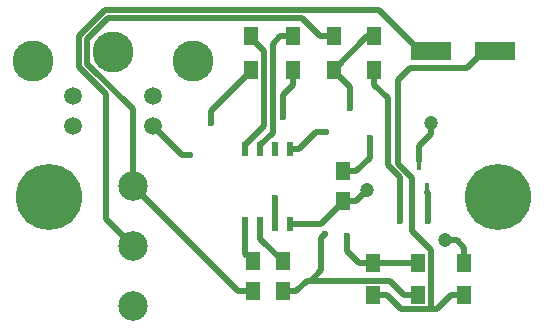
<source format=gbr>
G04 #@! TF.GenerationSoftware,KiCad,Pcbnew,(5.1.4)-1*
G04 #@! TF.CreationDate,2020-11-04T22:22:00+01:00*
G04 #@! TF.ProjectId,S-VHS ZX Spectrum Rev. D,532d5648-5320-45a5-9820-537065637472,rev?*
G04 #@! TF.SameCoordinates,Original*
G04 #@! TF.FileFunction,Copper,L1,Top*
G04 #@! TF.FilePolarity,Positive*
%FSLAX46Y46*%
G04 Gerber Fmt 4.6, Leading zero omitted, Abs format (unit mm)*
G04 Created by KiCad (PCBNEW (5.1.4)-1) date 2020-11-04 22:22:00*
%MOMM*%
%LPD*%
G04 APERTURE LIST*
%ADD10R,1.300000X1.500000*%
%ADD11R,0.450000X1.500000*%
%ADD12R,1.250000X1.500000*%
%ADD13C,5.600000*%
%ADD14R,3.500000X1.600000*%
%ADD15C,1.500000*%
%ADD16C,3.465000*%
%ADD17C,2.499360*%
%ADD18R,0.508000X1.143000*%
%ADD19C,0.600000*%
%ADD20C,1.200000*%
%ADD21C,0.500000*%
G04 APERTURE END LIST*
D10*
X174117000Y-108077000D03*
X174117000Y-110777000D03*
D11*
X169657000Y-102101000D03*
X170957000Y-102101000D03*
X170307000Y-99441000D03*
D10*
X166497000Y-91727000D03*
X166497000Y-88900000D03*
X163068000Y-88900000D03*
X163068000Y-91727000D03*
D12*
X158750000Y-107950000D03*
X158750000Y-110450000D03*
X156210000Y-107950000D03*
X156210000Y-110450000D03*
D13*
X138938000Y-102489000D03*
X176950000Y-102489000D03*
D12*
X163830000Y-100330000D03*
X163830000Y-102830000D03*
D14*
X176690000Y-90170000D03*
X171290000Y-90170000D03*
D15*
X140970000Y-93980000D03*
X147770000Y-93980000D03*
X140970000Y-96480000D03*
X147770000Y-96480000D03*
D16*
X137620000Y-90980000D03*
X144370000Y-90180000D03*
X151120000Y-90980000D03*
D17*
X146050000Y-111760000D03*
X146050000Y-101600000D03*
X146050000Y-106680000D03*
D10*
X166370000Y-110777000D03*
X166370000Y-108077000D03*
X170180000Y-108077000D03*
X170180000Y-110777000D03*
X156083000Y-91727000D03*
X156083000Y-88900000D03*
X159639000Y-88900000D03*
X159639000Y-91727000D03*
D18*
X155575000Y-104775000D03*
X156845000Y-104775000D03*
X158115000Y-104775000D03*
X159385000Y-104775000D03*
X159385000Y-98425000D03*
X158115000Y-98425000D03*
X156845000Y-98425000D03*
X155575000Y-98425000D03*
D19*
X158115000Y-102616000D03*
X162433000Y-97028000D03*
X164465000Y-94996000D03*
X166116000Y-97536000D03*
X164211000Y-105791000D03*
X171069000Y-104521000D03*
X162306000Y-105664000D03*
X168656000Y-104521000D03*
X152654000Y-96266000D03*
X158750000Y-95758000D03*
X150876000Y-98933000D03*
D20*
X171323000Y-96266000D03*
X172466000Y-106172000D03*
X165896500Y-101888500D03*
D21*
X158115000Y-104775000D02*
X158115000Y-103703500D01*
X158115000Y-103703500D02*
X158115000Y-102616000D01*
X158115000Y-102616000D02*
X158115000Y-102616000D01*
X160139000Y-98425000D02*
X161536000Y-97028000D01*
X159385000Y-98425000D02*
X160139000Y-98425000D01*
X161536000Y-97028000D02*
X162433000Y-97028000D01*
X162433000Y-97028000D02*
X162433000Y-97028000D01*
X165895000Y-88900000D02*
X163068000Y-91727000D01*
X166497000Y-88900000D02*
X165895000Y-88900000D01*
X163068000Y-91827000D02*
X164465000Y-93224000D01*
X163068000Y-91727000D02*
X163068000Y-91827000D01*
X164465000Y-93224000D02*
X164465000Y-94996000D01*
X164465000Y-94996000D02*
X164465000Y-94996000D01*
X164955000Y-100330000D02*
X166116000Y-99169000D01*
X163830000Y-100330000D02*
X164955000Y-100330000D01*
X166116000Y-99169000D02*
X166116000Y-97536000D01*
X166116000Y-97536000D02*
X166116000Y-97536000D01*
X166370000Y-108077000D02*
X170180000Y-108077000D01*
X165220000Y-108077000D02*
X164211000Y-107068000D01*
X166370000Y-108077000D02*
X165220000Y-108077000D01*
X164211000Y-107068000D02*
X164211000Y-105791000D01*
X164211000Y-105791000D02*
X164211000Y-105791000D01*
X142187499Y-89132399D02*
X143943898Y-87376000D01*
X142187499Y-91227601D02*
X142187499Y-89132399D01*
X146050000Y-101600000D02*
X146050000Y-95090102D01*
X146050000Y-95090102D02*
X142187499Y-91227601D01*
X161918000Y-88900000D02*
X163068000Y-88900000D01*
X160394000Y-87376000D02*
X161918000Y-88900000D01*
X143943898Y-87376000D02*
X160394000Y-87376000D01*
X154900000Y-110450000D02*
X156210000Y-110450000D01*
X146050000Y-101600000D02*
X154900000Y-110450000D01*
X155575000Y-107315000D02*
X156210000Y-107950000D01*
X155575000Y-104775000D02*
X155575000Y-107315000D01*
X156845000Y-106045000D02*
X158750000Y-107950000D01*
X156845000Y-104775000D02*
X156845000Y-106045000D01*
X166497000Y-92977000D02*
X167640000Y-94120000D01*
X166497000Y-91727000D02*
X166497000Y-92977000D01*
X167640000Y-99823962D02*
X168656000Y-100839962D01*
X167640000Y-94120000D02*
X167640000Y-99823962D01*
X171069000Y-102213000D02*
X170957000Y-102101000D01*
X171069000Y-104521000D02*
X171069000Y-102213000D01*
X169030000Y-110777000D02*
X170180000Y-110777000D01*
X167829999Y-109576999D02*
X169030000Y-110777000D01*
X159875000Y-110450000D02*
X158750000Y-110450000D01*
X160748001Y-109576999D02*
X159875000Y-110450000D01*
X162006001Y-108709997D02*
X161138999Y-109576999D01*
X162006001Y-105963999D02*
X162006001Y-108709997D01*
X162306000Y-105664000D02*
X162006001Y-105963999D01*
X167829999Y-109576999D02*
X161138999Y-109576999D01*
X161138999Y-109576999D02*
X160748001Y-109576999D01*
X168656000Y-100839962D02*
X168656000Y-103378000D01*
X168656000Y-103378000D02*
X168656000Y-104394000D01*
X146050000Y-106680000D02*
X143764000Y-104394000D01*
X170340000Y-90170000D02*
X171290000Y-90170000D01*
X166845990Y-86675990D02*
X170340000Y-90170000D01*
X141487489Y-88842446D02*
X143653945Y-86675990D01*
X141487489Y-91517554D02*
X141487489Y-88842446D01*
X143764000Y-93794064D02*
X141487489Y-91517554D01*
X143653945Y-86675990D02*
X166845990Y-86675990D01*
X143764000Y-104394000D02*
X143764000Y-93794064D01*
X156083000Y-91827000D02*
X152654000Y-95256000D01*
X156083000Y-91727000D02*
X156083000Y-91827000D01*
X152654000Y-95256000D02*
X152654000Y-96266000D01*
X159639000Y-92977000D02*
X158750000Y-93866000D01*
X159639000Y-91727000D02*
X159639000Y-92977000D01*
X158750000Y-93866000D02*
X158750000Y-95758000D01*
X150223000Y-98933000D02*
X147770000Y-96480000D01*
X150876000Y-98933000D02*
X150223000Y-98933000D01*
X170307000Y-98191000D02*
X171323000Y-97175000D01*
X170307000Y-99441000D02*
X170307000Y-98191000D01*
X171323000Y-97175000D02*
X171323000Y-96266000D01*
X171323000Y-96266000D02*
X171323000Y-96266000D01*
X174117000Y-106827000D02*
X173462000Y-106172000D01*
X174117000Y-108077000D02*
X174117000Y-106827000D01*
X173462000Y-106172000D02*
X172466000Y-106172000D01*
X172466000Y-106172000D02*
X172466000Y-106172000D01*
X163830000Y-102955000D02*
X163830000Y-102830000D01*
X162010000Y-104775000D02*
X163830000Y-102955000D01*
X159385000Y-104775000D02*
X162010000Y-104775000D01*
X164955000Y-102830000D02*
X165896500Y-101888500D01*
X163830000Y-102830000D02*
X164955000Y-102830000D01*
X165896500Y-101888500D02*
X165989000Y-101796000D01*
X155575000Y-98107500D02*
X155575000Y-98425000D01*
X157183001Y-96499499D02*
X155575000Y-98107500D01*
X157183001Y-90100001D02*
X157183001Y-96499499D01*
X156083000Y-89000000D02*
X157183001Y-90100001D01*
X156083000Y-88900000D02*
X156083000Y-89000000D01*
X156845000Y-98107500D02*
X156845000Y-98425000D01*
X157883011Y-97069489D02*
X156845000Y-98107500D01*
X157883011Y-89505989D02*
X157883011Y-97069489D01*
X158489000Y-88900000D02*
X157883011Y-89505989D01*
X159639000Y-88900000D02*
X158489000Y-88900000D01*
X175740000Y-90170000D02*
X174343000Y-91567000D01*
X176690000Y-90170000D02*
X175740000Y-90170000D01*
X174343000Y-91567000D02*
X169545000Y-91567000D01*
X169545000Y-91567000D02*
X168529000Y-92583000D01*
X169657000Y-100851000D02*
X169657000Y-102101000D01*
X168529000Y-99723000D02*
X169657000Y-100851000D01*
X168529000Y-92583000D02*
X168529000Y-99723000D01*
X172967000Y-110777000D02*
X174117000Y-110777000D01*
X171766999Y-111977001D02*
X172967000Y-110777000D01*
X168720001Y-111977001D02*
X171766999Y-111977001D01*
X167520000Y-110777000D02*
X166370000Y-110777000D01*
X168720001Y-111977001D02*
X167520000Y-110777000D01*
X171190001Y-111977001D02*
X168720001Y-111977001D01*
X171280001Y-111887001D02*
X171190001Y-111977001D01*
X171280001Y-106966999D02*
X171280001Y-111887001D01*
X169657000Y-105343998D02*
X171280001Y-106966999D01*
X169657000Y-102101000D02*
X169657000Y-105343998D01*
M02*

</source>
